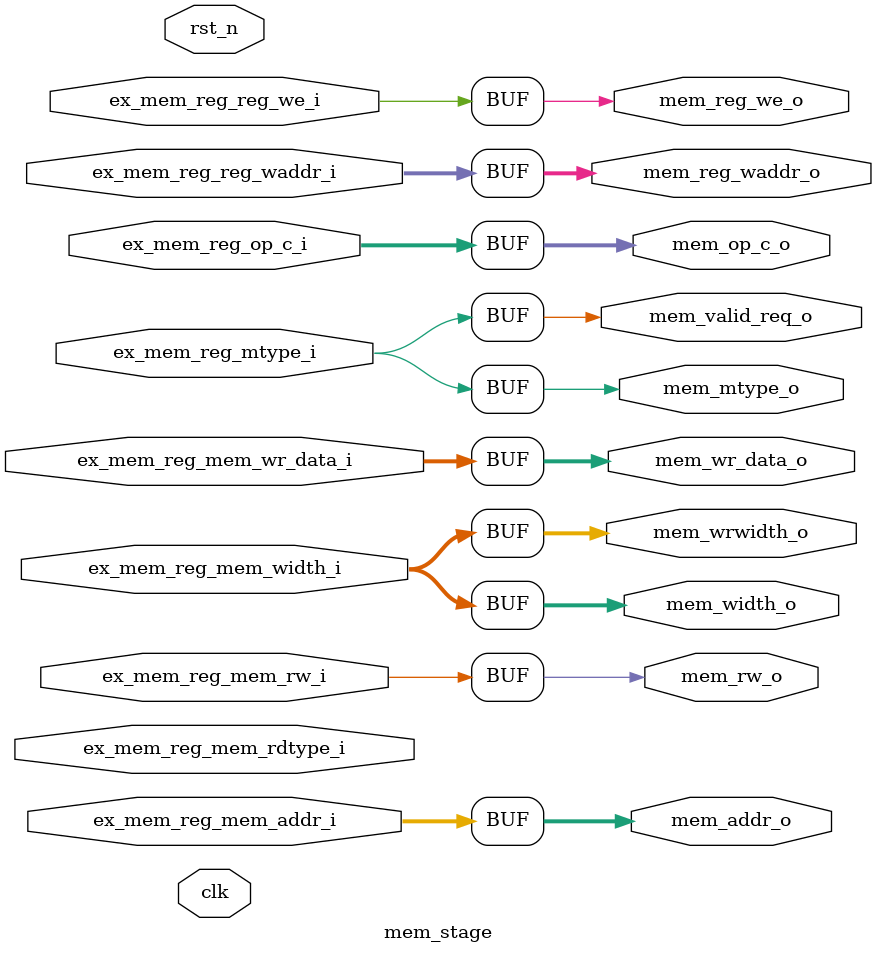
<source format=v>
module mem_stage (
    input   wire                    clk,
    input   wire                    rst_n,
    //from ex_mem_reg
    input   wire            [31:0]  ex_mem_reg_op_c_i,
    input   wire            [4:0]   ex_mem_reg_reg_waddr_i,
    input   wire                    ex_mem_reg_reg_we_i,

    input   wire                    ex_mem_reg_mtype_i,          
    input   wire                    ex_mem_reg_mem_rw_i,        
    input   wire            [1:0]   ex_mem_reg_mem_width_i,      
    input   wire            [31:0]  ex_mem_reg_mem_wr_data_i, 
    input   wire                    ex_mem_reg_mem_rdtype_i,    
    input   wire            [31:0]  ex_mem_reg_mem_addr_i,
    //to mem_wb_reg
    output  wire            [31:0]  mem_op_c_o,
    output  wire            [4:0]   mem_reg_waddr_o,
    output  wire                    mem_reg_we_o,

    output  wire                    mem_mtype_o,
    output  wire            [1:0]   mem_width_o,


    //to Dcache
    output  wire                    mem_rw_o,
    output  wire                    mem_valid_req_o,

    output  wire            [31:0]  mem_addr_o,
    output  wire            [1:0]   mem_wrwidth_o,
    output  wire            [31:0]  mem_wr_data_o
);

    //mem inst
    assign mem_op_c_o = ex_mem_reg_op_c_i;
    assign mem_reg_waddr_o = ex_mem_reg_reg_waddr_i;
    assign mem_reg_we_o = ex_mem_reg_reg_we_i;


    assign mem_mtype_o = ex_mem_reg_mtype_i;
    assign mem_width_o = ex_mem_reg_mem_width_i;

    assign mem_valid_req_o = ex_mem_reg_mtype_i;
    assign mem_rw_o = ex_mem_reg_mem_rw_i;
    assign mem_addr_o = ex_mem_reg_mem_addr_i;
    assign mem_wrwidth_o = ex_mem_reg_mem_width_i;
    assign mem_wr_data_o = ex_mem_reg_mem_wr_data_i;




endmodule
</source>
